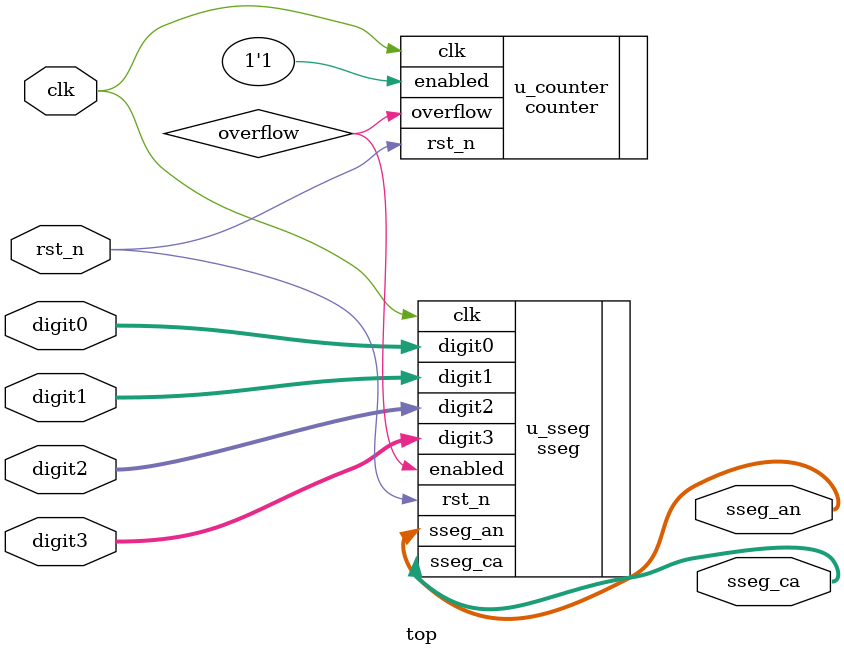
<source format=sv>
module top (
    input logic clk,
    input logic rst_n,
    input logic [3:0] digit0,
    input logic [3:0] digit1,
    input logic [3:0] digit2,
    input logic [3:0] digit3,
    output logic [3:0] sseg_an,
    output logic [6:0] sseg_ca
);

sseg u_sseg(
    .enabled (overflow),
    .rst_n,
    .clk,
    .digit3,
    .digit2,
    .digit1,
    .digit0,
    .sseg_an,
    .sseg_ca
);

counter u_counter(
    .clk,
    .rst_n,
    .enabled (1'b1),
    .overflow
);

endmodule

</source>
